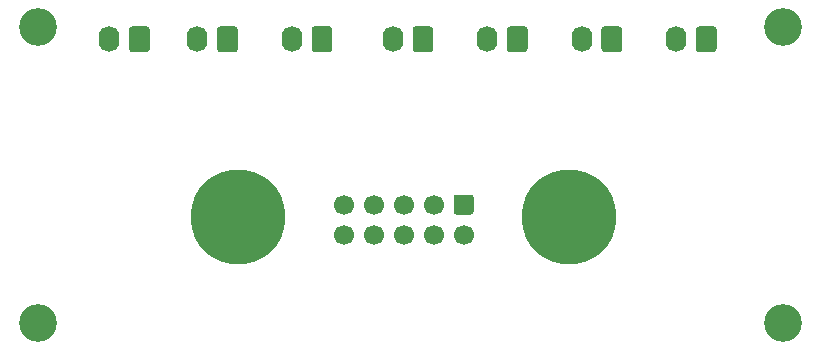
<source format=gbr>
%TF.GenerationSoftware,KiCad,Pcbnew,5.1.9*%
%TF.CreationDate,2021-06-11T19:55:18+02:00*%
%TF.ProjectId,breakout,62726561-6b6f-4757-942e-6b696361645f,rev?*%
%TF.SameCoordinates,Original*%
%TF.FileFunction,Soldermask,Bot*%
%TF.FilePolarity,Negative*%
%FSLAX46Y46*%
G04 Gerber Fmt 4.6, Leading zero omitted, Abs format (unit mm)*
G04 Created by KiCad (PCBNEW 5.1.9) date 2021-06-11 19:55:18*
%MOMM*%
%LPD*%
G01*
G04 APERTURE LIST*
%ADD10C,3.200000*%
%ADD11C,8.000000*%
%ADD12C,1.700000*%
%ADD13O,1.740000X2.190000*%
G04 APERTURE END LIST*
D10*
%TO.C,Screw*%
X190000000Y-86000000D03*
%TD*%
%TO.C,Screw*%
X190000000Y-61000000D03*
%TD*%
%TO.C,Screw*%
X127000000Y-86000000D03*
%TD*%
%TO.C,Screw*%
X127000000Y-61000000D03*
%TD*%
D11*
%TO.C,J0*%
X143900000Y-77020000D03*
X171940000Y-77020000D03*
D12*
X152840000Y-78540000D03*
X155380000Y-78540000D03*
X157920000Y-78540000D03*
X160460000Y-78540000D03*
X163000000Y-78540000D03*
X152840000Y-76000000D03*
X155380000Y-76000000D03*
X157920000Y-76000000D03*
X160460000Y-76000000D03*
G36*
G01*
X162400000Y-75150000D02*
X163600000Y-75150000D01*
G75*
G02*
X163850000Y-75400000I0J-250000D01*
G01*
X163850000Y-76600000D01*
G75*
G02*
X163600000Y-76850000I-250000J0D01*
G01*
X162400000Y-76850000D01*
G75*
G02*
X162150000Y-76600000I0J250000D01*
G01*
X162150000Y-75400000D01*
G75*
G02*
X162400000Y-75150000I250000J0D01*
G01*
G37*
%TD*%
D13*
%TO.C,J7*%
X133000000Y-62000000D03*
G36*
G01*
X136410000Y-61154999D02*
X136410000Y-62845001D01*
G75*
G02*
X136160001Y-63095000I-249999J0D01*
G01*
X134919999Y-63095000D01*
G75*
G02*
X134670000Y-62845001I0J249999D01*
G01*
X134670000Y-61154999D01*
G75*
G02*
X134919999Y-60905000I249999J0D01*
G01*
X136160001Y-60905000D01*
G75*
G02*
X136410000Y-61154999I0J-249999D01*
G01*
G37*
%TD*%
%TO.C,J6*%
X181000000Y-62000000D03*
G36*
G01*
X184410000Y-61154999D02*
X184410000Y-62845001D01*
G75*
G02*
X184160001Y-63095000I-249999J0D01*
G01*
X182919999Y-63095000D01*
G75*
G02*
X182670000Y-62845001I0J249999D01*
G01*
X182670000Y-61154999D01*
G75*
G02*
X182919999Y-60905000I249999J0D01*
G01*
X184160001Y-60905000D01*
G75*
G02*
X184410000Y-61154999I0J-249999D01*
G01*
G37*
%TD*%
%TO.C,J5*%
X140460000Y-62000000D03*
G36*
G01*
X143870000Y-61154999D02*
X143870000Y-62845001D01*
G75*
G02*
X143620001Y-63095000I-249999J0D01*
G01*
X142379999Y-63095000D01*
G75*
G02*
X142130000Y-62845001I0J249999D01*
G01*
X142130000Y-61154999D01*
G75*
G02*
X142379999Y-60905000I249999J0D01*
G01*
X143620001Y-60905000D01*
G75*
G02*
X143870000Y-61154999I0J-249999D01*
G01*
G37*
%TD*%
%TO.C,J4*%
X173000000Y-62000000D03*
G36*
G01*
X176410000Y-61154999D02*
X176410000Y-62845001D01*
G75*
G02*
X176160001Y-63095000I-249999J0D01*
G01*
X174919999Y-63095000D01*
G75*
G02*
X174670000Y-62845001I0J249999D01*
G01*
X174670000Y-61154999D01*
G75*
G02*
X174919999Y-60905000I249999J0D01*
G01*
X176160001Y-60905000D01*
G75*
G02*
X176410000Y-61154999I0J-249999D01*
G01*
G37*
%TD*%
%TO.C,J3*%
X148460000Y-62000000D03*
G36*
G01*
X151870000Y-61154999D02*
X151870000Y-62845001D01*
G75*
G02*
X151620001Y-63095000I-249999J0D01*
G01*
X150379999Y-63095000D01*
G75*
G02*
X150130000Y-62845001I0J249999D01*
G01*
X150130000Y-61154999D01*
G75*
G02*
X150379999Y-60905000I249999J0D01*
G01*
X151620001Y-60905000D01*
G75*
G02*
X151870000Y-61154999I0J-249999D01*
G01*
G37*
%TD*%
%TO.C,J2*%
X165000000Y-62000000D03*
G36*
G01*
X168410000Y-61154999D02*
X168410000Y-62845001D01*
G75*
G02*
X168160001Y-63095000I-249999J0D01*
G01*
X166919999Y-63095000D01*
G75*
G02*
X166670000Y-62845001I0J249999D01*
G01*
X166670000Y-61154999D01*
G75*
G02*
X166919999Y-60905000I249999J0D01*
G01*
X168160001Y-60905000D01*
G75*
G02*
X168410000Y-61154999I0J-249999D01*
G01*
G37*
%TD*%
%TO.C,J1*%
X157000000Y-62000000D03*
G36*
G01*
X160410000Y-61154999D02*
X160410000Y-62845001D01*
G75*
G02*
X160160001Y-63095000I-249999J0D01*
G01*
X158919999Y-63095000D01*
G75*
G02*
X158670000Y-62845001I0J249999D01*
G01*
X158670000Y-61154999D01*
G75*
G02*
X158919999Y-60905000I249999J0D01*
G01*
X160160001Y-60905000D01*
G75*
G02*
X160410000Y-61154999I0J-249999D01*
G01*
G37*
%TD*%
M02*

</source>
